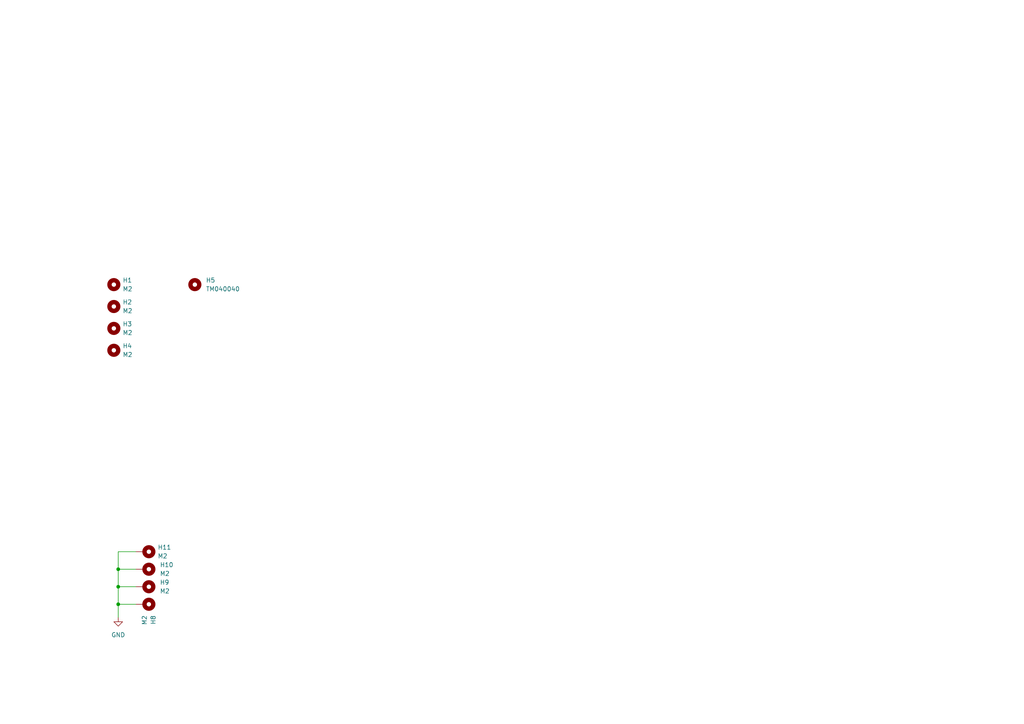
<source format=kicad_sch>
(kicad_sch (version 20250114) (generator "eeschema") (generator_version "9.0")
  (paper "A4")
  (lib_symbols
    (symbol "Mechanical:MountingHole" (pin_names (offset 1.016))
      (property "Reference" "H" (at 0 5.08 0))
      (property "Value" "MountingHole" (at 0 3.175 0))
      (symbol "MountingHole_0_1"
        (circle (center 0 0) (radius 1.27) (stroke (width 1.27)))
      )
    )
    (symbol "Mechanical:MountingHole_Pad" (pin_numbers (hide yes)) (pin_names (offset 1.016) (hide yes)) (in_bom no)
      (property "Reference" "H" (at 0 6.35 0))
      (property "Value" "MountingHole_Pad" (at 0 4.445 0))
      (symbol "MountingHole_Pad_0_1"
        (circle (center 0 1.27) (radius 1.27) (stroke (width 1.27)))
      )
      (symbol "MountingHole_Pad_1_1"
        (pin input line (at 0 -2.54 90) (length 2.54) (name "1") (number "1"))
      )
    )
    (symbol "power:GND" (power) (pin_numbers (hide yes)) (pin_names (offset 0) (hide yes))
      (property "Value" "GND" (at 0 -3.81 0))
      (symbol "GND_0_1"
        (polyline (pts (xy 0 0) (xy 0 -1.27) (xy 1.27 -1.27) (xy 0 -2.54) (xy -1.27 -1.27) (xy 0 -1.27)))
      )
      (symbol "GND_1_1"
        (pin power_in line (at 0 0 270) (length 0) (name "~") (number "1"))
      )
    )
  )
  (junction (at 34.29 175.26))
  (junction (at 34.29 165.1))
  (junction (at 34.29 170.18))
  (wire (pts (xy 39.37 165.1) (xy 34.29 165.1)))
  (wire (pts (xy 34.29 170.18) (xy 39.37 170.18)))
  (wire (pts (xy 39.37 160.02) (xy 34.29 160.02)))
  (wire (pts (xy 34.29 160.02) (xy 34.29 165.1)))
  (wire (pts (xy 34.29 165.1) (xy 34.29 170.18)))
  (wire (pts (xy 34.29 170.18) (xy 34.29 175.26)))
  (wire (pts (xy 39.37 175.26) (xy 34.29 175.26)))
  (wire (pts (xy 34.29 175.26) (xy 34.29 179.07)))
  (symbol (lib_id "Mechanical:MountingHole") (at 33.02 95.25 0) (unit 1)
    (property "Reference" "H3" (at 35.56 93.98 0) (effects (justify left)))
    (property "Value" "M2" (at 35.56 96.52 0) (effects (justify left)))
    (property "Footprint" "MountingHole:MountingHole_2.2mm_M2" (effects (hide yes)))
  )
  (symbol (lib_id "Mechanical:MountingHole_Pad") (at 41.91 160.02 270) (unit 1) (in_bom no)
    (property "Reference" "H11" (at 45.72 158.7499 90) (effects (justify left)))
    (property "Value" "M2" (at 45.72 161.2899 90) (effects (justify left)))
    (property "Footprint" "DreaM117er-keebLibrary:MountingHole_2.2mm_M2_Nut_THT" (effects (hide yes)))
    (property "Description" "Mounting Hole with connection" (effects (hide yes)))
  )
  (symbol (lib_id "Mechanical:MountingHole") (at 33.02 101.6 0) (unit 1)
    (property "Reference" "H4" (at 35.56 100.33 0) (effects (justify left)))
    (property "Value" "M2" (at 35.56 102.87 0) (effects (justify left)))
    (property "Footprint" "MountingHole:MountingHole_2.2mm_M2" (effects (hide yes)))
  )
  (symbol (lib_id "Mechanical:MountingHole") (at 33.02 82.55 0) (unit 1)
    (property "Reference" "H1" (at 35.56 81.28 0) (effects (justify left)))
    (property "Value" "M2" (at 35.56 83.82 0) (effects (justify left)))
    (property "Footprint" "MountingHole:MountingHole_2.2mm_M2" (effects (hide yes)))
  )
  (symbol (lib_id "Mechanical:MountingHole") (at 56.515 82.55 0) (unit 1)
    (property "Reference" "H5" (at 59.69 81.28 0) (effects (justify left)))
    (property "Value" "TM040040" (at 59.69 83.82 0) (effects (justify left)))
    (property "Footprint" "DreaM117er-keebLibrary:Trackpad_Cirque_TM040040" (effects (hide yes)))
  )
  (symbol (lib_id "Mechanical:MountingHole_Pad") (at 41.91 170.18 270) (unit 1) (in_bom no)
    (property "Reference" "H9" (at 46.355 168.9099 90) (effects (justify left)))
    (property "Value" "M2" (at 46.355 171.4499 90) (effects (justify left)))
    (property "Footprint" "DreaM117er-keebLibrary:MountingHole_2.2mm_M2_Nut_THT" (effects (hide yes)))
    (property "Description" "Mounting Hole with connection" (effects (hide yes)))
  )
  (symbol (lib_id "Mechanical:MountingHole") (at 33.02 88.9 0) (unit 1)
    (property "Reference" "H2" (at 35.56 87.63 0) (effects (justify left)))
    (property "Value" "M2" (at 35.56 90.17 0) (effects (justify left)))
    (property "Footprint" "MountingHole:MountingHole_2.2mm_M2" (effects (hide yes)))
  )
  (symbol (lib_id "power:GND") (at 34.29 179.07 0) (unit 1)
    (property "Reference" "#PWR01" (effects (hide yes)))
    (property "Value" "GND" (at 34.29 184.15 0))
    (property "Description" "Power symbol creates a global label with name \"GND\" , ground" (effects (hide yes)))
  )
  (symbol (lib_id "Mechanical:MountingHole_Pad") (at 41.91 175.26 270) (unit 1) (in_bom no)
    (property "Reference" "H8" (at 44.4501 178.435 0) (effects (justify left)))
    (property "Value" "M2" (at 41.9101 178.435 0) (effects (justify left)))
    (property "Footprint" "DreaM117er-keebLibrary:MountingHole_2.2mm_M2_Nut_THT" (effects (hide yes)))
    (property "Description" "Mounting Hole with connection" (effects (hide yes)))
  )
  (symbol (lib_id "Mechanical:MountingHole_Pad") (at 41.91 165.1 270) (unit 1) (in_bom no)
    (property "Reference" "H10" (at 46.355 163.8299 90) (effects (justify left)))
    (property "Value" "M2" (at 46.355 166.3699 90) (effects (justify left)))
    (property "Footprint" "DreaM117er-keebLibrary:MountingHole_2.2mm_M2_Nut_THT" (effects (hide yes)))
    (property "Description" "Mounting Hole with connection" (effects (hide yes)))
  )
)
</source>
